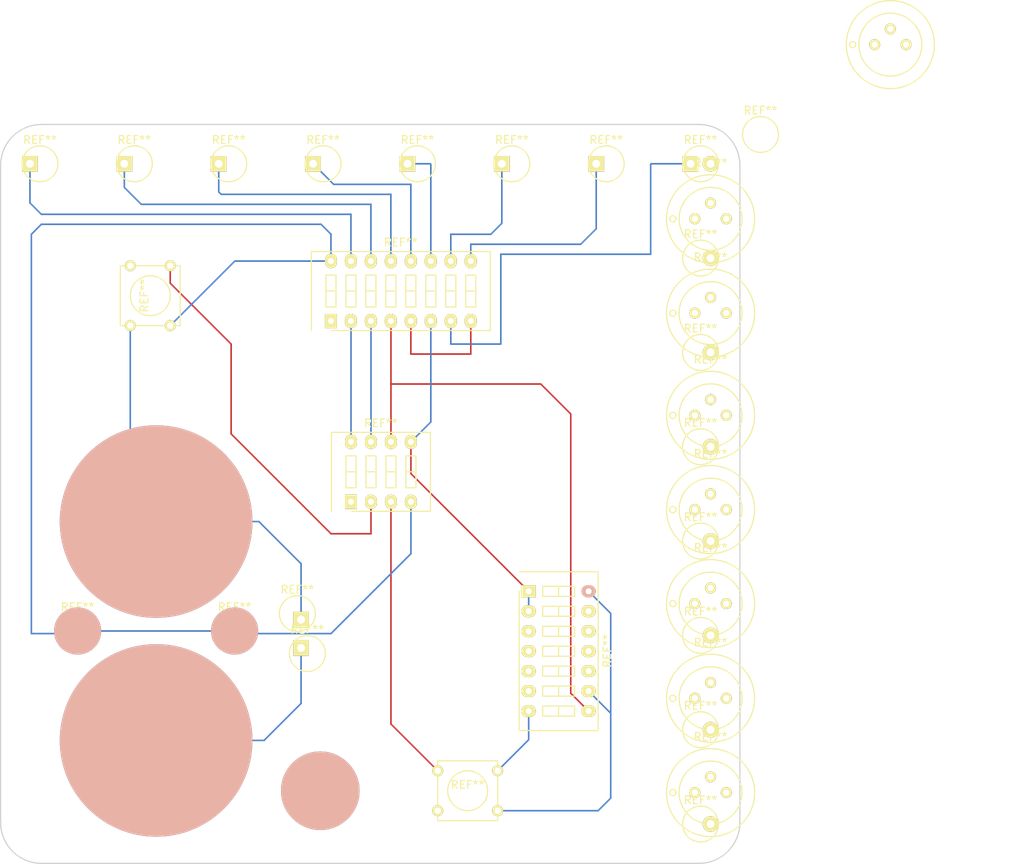
<source format=kicad_pcb>
(kicad_pcb (version 20171130) (host pcbnew 5.0.0)

  (general
    (thickness 1.6)
    (drawings 8)
    (tracks 102)
    (zones 0)
    (modules 36)
    (nets 1)
  )

  (page A4)
  (layers
    (0 F.Cu signal)
    (31 B.Cu signal)
    (32 B.Adhes user)
    (33 F.Adhes user)
    (34 B.Paste user)
    (35 F.Paste user)
    (36 B.SilkS user)
    (37 F.SilkS user hide)
    (38 B.Mask user)
    (39 F.Mask user)
    (40 Dwgs.User user)
    (41 Cmts.User user)
    (42 Eco1.User user)
    (43 Eco2.User user)
    (44 Edge.Cuts user)
    (45 Margin user)
    (46 B.CrtYd user)
    (47 F.CrtYd user)
    (48 B.Fab user)
    (49 F.Fab user)
  )

  (setup
    (last_trace_width 0.2)
    (trace_clearance 0.1)
    (zone_clearance 0.508)
    (zone_45_only no)
    (trace_min 0.2)
    (segment_width 0.15)
    (edge_width 0.15)
    (via_size 0.6)
    (via_drill 0.4)
    (via_min_size 0.4)
    (via_min_drill 0.3)
    (uvia_size 0.3)
    (uvia_drill 0.1)
    (uvias_allowed no)
    (uvia_min_size 0.2)
    (uvia_min_drill 0.1)
    (pcb_text_width 0.3)
    (pcb_text_size 1.5 1.5)
    (mod_edge_width 0.15)
    (mod_text_size 1 1)
    (mod_text_width 0.15)
    (pad_size 24.5 24.5)
    (pad_drill 0)
    (pad_to_mask_clearance 0.2)
    (aux_axis_origin 0 0)
    (visible_elements FFFFFF1F)
    (pcbplotparams
      (layerselection 0x00030_80000001)
      (usegerberextensions false)
      (usegerberattributes false)
      (usegerberadvancedattributes false)
      (creategerberjobfile false)
      (excludeedgelayer true)
      (linewidth 0.100000)
      (plotframeref false)
      (viasonmask false)
      (mode 1)
      (useauxorigin false)
      (hpglpennumber 1)
      (hpglpenspeed 20)
      (hpglpendiameter 15.000000)
      (psnegative false)
      (psa4output false)
      (plotreference true)
      (plotvalue true)
      (plotinvisibletext false)
      (padsonsilk false)
      (subtractmaskfromsilk false)
      (outputformat 1)
      (mirror false)
      (drillshape 1)
      (scaleselection 1)
      (outputdirectory ""))
  )

  (net 0 "")

  (net_class Default "This is the default net class."
    (clearance 0.1)
    (trace_width 0.2)
    (via_dia 0.6)
    (via_drill 0.4)
    (uvia_dia 0.3)
    (uvia_drill 0.1)
  )

  (module Connect:1pin (layer F.Cu) (tedit 5AF39852) (tstamp 5AF5426F)
    (at -69.23 78.364)
    (descr "module 1 pin (ou trou mecanique de percage)")
    (tags DEV)
    (fp_text reference REF** (at 0 -3.048) (layer F.SilkS)
      (effects (font (size 1 1) (thickness 0.15)))
    )
    (fp_text value 1pin (at 0 2.794) (layer F.Fab)
      (effects (font (size 1 1) (thickness 0.15)))
    )
    (fp_circle (center 0 0) (end 0 -2.286) (layer F.SilkS) (width 0.15))
    (pad 1 smd circle (at 0 0) (size 24.5 24.5) (layers *.Paste *.Mask B.Cu B.SilkS))
  )

  (module Buttons_Switches_ThroughHole:SW_DIP_x7_Slide (layer F.Cu) (tedit 5AF3A066) (tstamp 5AFB7B4E)
    (at -21.861 59.39 270)
    (descr "CTS Electrocomponents, Series 206/208")
    (fp_text reference REF** (at 7.6 -10 270) (layer F.SilkS)
      (effects (font (size 1 1) (thickness 0.15)))
    )
    (fp_text value SW_DIP_x7_Slide (at 2 2.4 270) (layer F.Fab)
      (effects (font (size 1 1) (thickness 0.15)))
    )
    (fp_line (start -0.64 -5.84) (end -0.64 -1.78) (layer F.SilkS) (width 0.15))
    (fp_line (start -0.64 -3.81) (end 0.64 -3.81) (layer F.SilkS) (width 0.15))
    (fp_line (start -0.64 -1.78) (end 0.64 -1.78) (layer F.SilkS) (width 0.15))
    (fp_line (start 0.64 -1.78) (end 0.64 -5.84) (layer F.SilkS) (width 0.15))
    (fp_line (start 0.64 -5.84) (end -0.64 -5.84) (layer F.SilkS) (width 0.15))
    (fp_line (start 1.9 -5.84) (end 1.9 -1.78) (layer F.SilkS) (width 0.15))
    (fp_line (start 1.9 -3.81) (end 3.18 -3.81) (layer F.SilkS) (width 0.15))
    (fp_line (start 1.9 -1.78) (end 3.18 -1.78) (layer F.SilkS) (width 0.15))
    (fp_line (start 3.18 -1.78) (end 3.18 -5.84) (layer F.SilkS) (width 0.15))
    (fp_line (start 3.18 -5.84) (end 1.9 -5.84) (layer F.SilkS) (width 0.15))
    (fp_line (start 4.44 -5.84) (end 4.44 -1.78) (layer F.SilkS) (width 0.15))
    (fp_line (start 4.44 -3.81) (end 5.72 -3.81) (layer F.SilkS) (width 0.15))
    (fp_line (start 4.44 -1.78) (end 5.72 -1.78) (layer F.SilkS) (width 0.15))
    (fp_line (start 5.72 -1.78) (end 5.72 -5.84) (layer F.SilkS) (width 0.15))
    (fp_line (start 5.72 -5.84) (end 4.44 -5.84) (layer F.SilkS) (width 0.15))
    (fp_line (start 6.98 -5.84) (end 6.98 -1.78) (layer F.SilkS) (width 0.15))
    (fp_line (start 6.98 -3.81) (end 8.26 -3.81) (layer F.SilkS) (width 0.15))
    (fp_line (start 6.98 -1.78) (end 8.26 -1.78) (layer F.SilkS) (width 0.15))
    (fp_line (start 8.26 -1.78) (end 8.26 -5.84) (layer F.SilkS) (width 0.15))
    (fp_line (start 8.26 -5.84) (end 6.98 -5.84) (layer F.SilkS) (width 0.15))
    (fp_line (start 9.52 -5.84) (end 9.52 -1.78) (layer F.SilkS) (width 0.15))
    (fp_line (start 9.52 -3.81) (end 10.8 -3.81) (layer F.SilkS) (width 0.15))
    (fp_line (start 9.52 -1.78) (end 10.8 -1.78) (layer F.SilkS) (width 0.15))
    (fp_line (start 10.8 -1.78) (end 10.8 -5.84) (layer F.SilkS) (width 0.15))
    (fp_line (start 10.8 -5.84) (end 9.52 -5.84) (layer F.SilkS) (width 0.15))
    (fp_line (start 12.06 -5.84) (end 12.06 -1.78) (layer F.SilkS) (width 0.15))
    (fp_line (start 12.06 -3.81) (end 13.34 -3.81) (layer F.SilkS) (width 0.15))
    (fp_line (start 12.06 -1.78) (end 13.34 -1.78) (layer F.SilkS) (width 0.15))
    (fp_line (start 13.34 -1.78) (end 13.34 -5.84) (layer F.SilkS) (width 0.15))
    (fp_line (start 13.34 -5.84) (end 12.06 -5.84) (layer F.SilkS) (width 0.15))
    (fp_line (start 14.6 -5.84) (end 14.6 -1.78) (layer F.SilkS) (width 0.15))
    (fp_line (start 14.6 -3.81) (end 15.88 -3.81) (layer F.SilkS) (width 0.15))
    (fp_line (start 14.6 -1.78) (end 15.88 -1.78) (layer F.SilkS) (width 0.15))
    (fp_line (start 15.88 -1.78) (end 15.88 -5.84) (layer F.SilkS) (width 0.15))
    (fp_line (start 15.88 -5.84) (end 14.6 -5.84) (layer F.SilkS) (width 0.15))
    (fp_line (start -2.8 -9.15) (end -2.8 1.55) (layer F.CrtYd) (width 0.05))
    (fp_line (start -2.8 1.55) (end 18.05 1.55) (layer F.CrtYd) (width 0.05))
    (fp_line (start 18.05 1.55) (end 18.05 -9.15) (layer F.CrtYd) (width 0.05))
    (fp_line (start 18.05 -9.15) (end -2.8 -9.15) (layer F.CrtYd) (width 0.05))
    (fp_line (start -2.48 1.21) (end -2.48 -8.83) (layer F.SilkS) (width 0.15))
    (fp_line (start -2.48 -8.83) (end 17.72 -8.83) (layer F.SilkS) (width 0.15))
    (fp_line (start 17.72 -8.83) (end 17.72 1.21) (layer F.SilkS) (width 0.15))
    (fp_line (start 17.72 1.21) (end 0 1.21) (layer F.SilkS) (width 0.15))
    (pad 1 thru_hole rect (at 0 0 270) (size 1.524 1.824) (drill 0.762) (layers *.Cu *.Mask F.SilkS))
    (pad 14 thru_hole oval (at 0 -7.62 270) (size 1.524 1.824) (drill 0.762) (layers *.Cu *.Adhes *.Paste *.SilkS *.Mask))
    (pad 2 thru_hole oval (at 2.54 0 270) (size 1.524 1.824) (drill 0.762) (layers *.Cu *.Mask F.SilkS))
    (pad 13 thru_hole oval (at 2.54 -7.62 270) (size 1.524 1.824) (drill 0.762) (layers *.Cu *.Mask F.SilkS))
    (pad 3 thru_hole oval (at 5.08 0 270) (size 1.524 1.824) (drill 0.762) (layers *.Cu *.Mask F.SilkS))
    (pad 12 thru_hole oval (at 5.08 -7.62 270) (size 1.524 1.824) (drill 0.762) (layers *.Cu *.Mask F.SilkS))
    (pad 4 thru_hole oval (at 7.62 0 270) (size 1.524 1.824) (drill 0.762) (layers *.Cu *.Mask F.SilkS))
    (pad 11 thru_hole oval (at 7.62 -7.62 270) (size 1.524 1.824) (drill 0.762) (layers *.Cu *.Mask F.SilkS))
    (pad 5 thru_hole oval (at 10.16 0 270) (size 1.524 1.824) (drill 0.762) (layers *.Cu *.Mask F.SilkS))
    (pad 10 thru_hole oval (at 10.16 -7.62 270) (size 1.524 1.824) (drill 0.762) (layers *.Cu *.Mask F.SilkS))
    (pad 6 thru_hole oval (at 12.7 0 270) (size 1.524 1.824) (drill 0.762) (layers *.Cu *.Mask F.SilkS))
    (pad 9 thru_hole oval (at 12.7 -7.62 270) (size 1.524 1.824) (drill 0.762) (layers *.Cu *.Mask F.SilkS))
    (pad 7 thru_hole oval (at 15.24 0 270) (size 1.524 1.824) (drill 0.762) (layers *.Cu *.Mask F.SilkS))
    (pad 8 thru_hole oval (at 15.24 -7.62 270) (size 1.524 1.824) (drill 0.762) (layers *.Cu *.Mask F.SilkS))
    (model Buttons_Switches_ThroughHole.3dshapes/SW_DIP_x7_Slide.wrl
      (at (xyz 0 0 0))
      (scale (xyz 1 1 1))
      (rotate (xyz 0 0 0))
    )
  )

  (module Connect:1pin (layer F.Cu) (tedit 5AF2A50E) (tstamp 5AF7955C)
    (at 0 5)
    (descr "module 1 pin (ou trou mecanique de percage)")
    (tags DEV)
    (fp_text reference REF** (at 0 -3.048) (layer F.SilkS)
      (effects (font (size 1 1) (thickness 0.15)))
    )
    (fp_text value 1pin (at 0 2.794) (layer F.Fab)
      (effects (font (size 1 1) (thickness 0.15)))
    )
    (fp_circle (center 0 0) (end 0 -2.286) (layer F.SilkS) (width 0.15))
    (pad 1 thru_hole rect (at -1.27 0) (size 2 2) (drill 1) (layers *.Cu *.Mask F.SilkS))
  )

  (module Connect:1pin (layer F.Cu) (tedit 5AF2A4F1) (tstamp 5AF79567)
    (at -12 5)
    (descr "module 1 pin (ou trou mecanique de percage)")
    (tags DEV)
    (fp_text reference REF** (at 0 -3.048) (layer F.SilkS)
      (effects (font (size 1 1) (thickness 0.15)))
    )
    (fp_text value 1pin (at 0 2.794) (layer F.Fab)
      (effects (font (size 1 1) (thickness 0.15)))
    )
    (fp_circle (center 0 0) (end 0 -2.286) (layer F.SilkS) (width 0.15))
    (pad 1 thru_hole rect (at -1.27 0) (size 2 2) (drill 1) (layers *.Cu *.Mask F.SilkS))
  )

  (module Connect:1pin (layer F.Cu) (tedit 5AF2A4E0) (tstamp 5AF79572)
    (at -24 5)
    (descr "module 1 pin (ou trou mecanique de percage)")
    (tags DEV)
    (fp_text reference REF** (at 0 -3.048) (layer F.SilkS)
      (effects (font (size 1 1) (thickness 0.15)))
    )
    (fp_text value 1pin (at 0 2.794) (layer F.Fab)
      (effects (font (size 1 1) (thickness 0.15)))
    )
    (fp_circle (center 0 0) (end 0 -2.286) (layer F.SilkS) (width 0.15))
    (pad 1 thru_hole rect (at -1.27 0) (size 2 2) (drill 1) (layers *.Cu *.Mask F.SilkS))
  )

  (module Connect:1pin (layer F.Cu) (tedit 5AF2A4D0) (tstamp 5AF7957D)
    (at -36 5)
    (descr "module 1 pin (ou trou mecanique de percage)")
    (tags DEV)
    (fp_text reference REF** (at 0 -3.048) (layer F.SilkS)
      (effects (font (size 1 1) (thickness 0.15)))
    )
    (fp_text value 1pin (at 0 2.794) (layer F.Fab)
      (effects (font (size 1 1) (thickness 0.15)))
    )
    (fp_circle (center 0 0) (end 0 -2.286) (layer F.SilkS) (width 0.15))
    (pad 1 thru_hole rect (at -1.27 0) (size 2 2) (drill 1) (layers *.Cu *.Mask F.SilkS))
  )

  (module Connect:1pin (layer F.Cu) (tedit 5AF2A4AF) (tstamp 5AF79588)
    (at -48 5)
    (descr "module 1 pin (ou trou mecanique de percage)")
    (tags DEV)
    (fp_text reference REF** (at 0 -3.048) (layer F.SilkS)
      (effects (font (size 1 1) (thickness 0.15)))
    )
    (fp_text value 1pin (at 0 2.794) (layer F.Fab)
      (effects (font (size 1 1) (thickness 0.15)))
    )
    (fp_circle (center 0 0) (end 0 -2.286) (layer F.SilkS) (width 0.15))
    (pad 1 thru_hole rect (at -1.27 0) (size 2 2) (drill 1) (layers *.Cu *.Mask F.SilkS))
  )

  (module Connect:1pin (layer F.Cu) (tedit 5AF2A49D) (tstamp 5AF79593)
    (at -60 5)
    (descr "module 1 pin (ou trou mecanique de percage)")
    (tags DEV)
    (fp_text reference REF** (at 0 -3.048) (layer F.SilkS)
      (effects (font (size 1 1) (thickness 0.15)))
    )
    (fp_text value 1pin (at 0 2.794) (layer F.Fab)
      (effects (font (size 1 1) (thickness 0.15)))
    )
    (fp_circle (center 0 0) (end 0 -2.286) (layer F.SilkS) (width 0.15))
    (pad 1 thru_hole rect (at -1.27 0) (size 2 2) (drill 1) (layers *.Cu *.Mask F.SilkS))
  )

  (module Connect:1pin (layer F.Cu) (tedit 5AF2A439) (tstamp 5AF7959E)
    (at -72 5)
    (descr "module 1 pin (ou trou mecanique de percage)")
    (tags DEV)
    (fp_text reference REF** (at 0 -3.048) (layer F.SilkS)
      (effects (font (size 1 1) (thickness 0.15)))
    )
    (fp_text value 1pin (at 0 2.794) (layer F.Fab)
      (effects (font (size 1 1) (thickness 0.15)))
    )
    (fp_circle (center 0 0) (end 0 -2.286) (layer F.SilkS) (width 0.15))
    (pad 1 thru_hole rect (at -1.27 0) (size 2 2) (drill 1) (layers *.Cu *.Mask F.SilkS))
  )

  (module Connect:1pin (layer F.Cu) (tedit 5AF2A408) (tstamp 5AF795A9)
    (at -84 5)
    (descr "module 1 pin (ou trou mecanique de percage)")
    (tags DEV)
    (fp_text reference REF** (at 0 -3.048) (layer F.SilkS)
      (effects (font (size 1 1) (thickness 0.15)))
    )
    (fp_text value 1pin (at 0 2.794) (layer F.Fab)
      (effects (font (size 1 1) (thickness 0.15)))
    )
    (fp_circle (center 0 0) (end 0 -2.286) (layer F.SilkS) (width 0.15))
    (pad 1 thru_hole rect (at -1.27 0) (size 2 2) (drill 1) (layers *.Cu *.Mask F.SilkS))
  )

  (module Connect:1pin (layer F.Cu) (tedit 5AF2A525) (tstamp 5AF795B4)
    (at 0 17)
    (descr "module 1 pin (ou trou mecanique de percage)")
    (tags DEV)
    (fp_text reference REF** (at 0 -3.048) (layer F.SilkS)
      (effects (font (size 1 1) (thickness 0.15)))
    )
    (fp_text value 1pin (at 0 2.794) (layer F.Fab)
      (effects (font (size 1 1) (thickness 0.15)))
    )
    (fp_circle (center 0 0) (end 0 -2.286) (layer F.SilkS) (width 0.15))
    (pad 1 thru_hole circle (at 1.27 0) (size 2 2) (drill 1) (layers *.Cu *.Mask F.SilkS))
  )

  (module Connect:1pin (layer F.Cu) (tedit 5AF2A530) (tstamp 5AF795BF)
    (at 0 29)
    (descr "module 1 pin (ou trou mecanique de percage)")
    (tags DEV)
    (fp_text reference REF** (at 0 -3.048) (layer F.SilkS)
      (effects (font (size 1 1) (thickness 0.15)))
    )
    (fp_text value 1pin (at 0 2.794) (layer F.Fab)
      (effects (font (size 1 1) (thickness 0.15)))
    )
    (fp_circle (center 0 0) (end 0 -2.286) (layer F.SilkS) (width 0.15))
    (pad 1 thru_hole circle (at 1.27 0) (size 2 2) (drill 1) (layers *.Cu *.Mask F.SilkS))
  )

  (module Connect:1pin (layer F.Cu) (tedit 5AF2A53E) (tstamp 5AF795CA)
    (at 0 41)
    (descr "module 1 pin (ou trou mecanique de percage)")
    (tags DEV)
    (fp_text reference REF** (at 0 -3.048) (layer F.SilkS)
      (effects (font (size 1 1) (thickness 0.15)))
    )
    (fp_text value 1pin (at 0 2.794) (layer F.Fab)
      (effects (font (size 1 1) (thickness 0.15)))
    )
    (fp_circle (center 0 0) (end 0 -2.286) (layer F.SilkS) (width 0.15))
    (pad 1 thru_hole circle (at 1.27 0) (size 2 2) (drill 1) (layers *.Cu *.Mask F.SilkS))
  )

  (module Connect:1pin (layer F.Cu) (tedit 5AF2A54E) (tstamp 5AF795D5)
    (at 0 53)
    (descr "module 1 pin (ou trou mecanique de percage)")
    (tags DEV)
    (fp_text reference REF** (at 0 -3.048) (layer F.SilkS)
      (effects (font (size 1 1) (thickness 0.15)))
    )
    (fp_text value 1pin (at 0 2.794) (layer F.Fab)
      (effects (font (size 1 1) (thickness 0.15)))
    )
    (fp_circle (center 0 0) (end 0 -2.286) (layer F.SilkS) (width 0.15))
    (pad 1 thru_hole circle (at 1.27 0) (size 2 2) (drill 1) (layers *.Cu *.Mask F.SilkS))
  )

  (module Connect:1pin (layer F.Cu) (tedit 5AF3B861) (tstamp 5AF795E0)
    (at 0 65)
    (descr "module 1 pin (ou trou mecanique de percage)")
    (tags DEV)
    (fp_text reference REF** (at 0 -3.048) (layer F.SilkS)
      (effects (font (size 1 1) (thickness 0.15)))
    )
    (fp_text value 1pin (at 0 2.794) (layer F.Fab)
      (effects (font (size 1 1) (thickness 0.15)))
    )
    (fp_circle (center 0 0) (end 0 -2.286) (layer F.SilkS) (width 0.15))
    (pad 1 thru_hole circle (at 1.27 0) (size 2 2) (drill 1) (layers *.Cu *.Mask F.SilkS))
  )

  (module Connect:1pin (layer F.Cu) (tedit 5AF2A558) (tstamp 5AF795EB)
    (at 0 77)
    (descr "module 1 pin (ou trou mecanique de percage)")
    (tags DEV)
    (fp_text reference REF** (at 0 -3.048) (layer F.SilkS)
      (effects (font (size 1 1) (thickness 0.15)))
    )
    (fp_text value 1pin (at 0 2.794) (layer F.Fab)
      (effects (font (size 1 1) (thickness 0.15)))
    )
    (fp_circle (center 0 0) (end 0 -2.286) (layer F.SilkS) (width 0.15))
    (pad 1 thru_hole circle (at 1.27 0) (size 2 2) (drill 1) (layers *.Cu *.Mask F.SilkS))
  )

  (module Connect:1pin (layer F.Cu) (tedit 5AF2A55F) (tstamp 5AF795F6)
    (at 0 89)
    (descr "module 1 pin (ou trou mecanique de percage)")
    (tags DEV)
    (fp_text reference REF** (at 0 -3.048) (layer F.SilkS)
      (effects (font (size 1 1) (thickness 0.15)))
    )
    (fp_text value 1pin (at 0 2.794) (layer F.Fab)
      (effects (font (size 1 1) (thickness 0.15)))
    )
    (fp_circle (center 0 0) (end 0 -2.286) (layer F.SilkS) (width 0.15))
    (pad 1 thru_hole circle (at 1.27 0) (size 2 2) (drill 1) (layers *.Cu *.Mask F.SilkS))
  )

  (module Buttons_Switches_ThroughHole:SW_DIP_x8_Slide (layer F.Cu) (tedit 54BB66BF) (tstamp 5AFDCBCA)
    (at -47 25)
    (descr "CTS Electrocomponents, Series 206/208")
    (fp_text reference REF** (at 8.87 -10) (layer F.SilkS)
      (effects (font (size 1 1) (thickness 0.15)))
    )
    (fp_text value SW_DIP_x8_Slide (at 2 2.4) (layer F.Fab)
      (effects (font (size 1 1) (thickness 0.15)))
    )
    (fp_line (start -0.64 -5.84) (end -0.64 -1.78) (layer F.SilkS) (width 0.15))
    (fp_line (start -0.64 -3.81) (end 0.64 -3.81) (layer F.SilkS) (width 0.15))
    (fp_line (start -0.64 -1.78) (end 0.64 -1.78) (layer F.SilkS) (width 0.15))
    (fp_line (start 0.64 -1.78) (end 0.64 -5.84) (layer F.SilkS) (width 0.15))
    (fp_line (start 0.64 -5.84) (end -0.64 -5.84) (layer F.SilkS) (width 0.15))
    (fp_line (start 1.9 -5.84) (end 1.9 -1.78) (layer F.SilkS) (width 0.15))
    (fp_line (start 1.9 -3.81) (end 3.18 -3.81) (layer F.SilkS) (width 0.15))
    (fp_line (start 1.9 -1.78) (end 3.18 -1.78) (layer F.SilkS) (width 0.15))
    (fp_line (start 3.18 -1.78) (end 3.18 -5.84) (layer F.SilkS) (width 0.15))
    (fp_line (start 3.18 -5.84) (end 1.9 -5.84) (layer F.SilkS) (width 0.15))
    (fp_line (start 4.44 -5.84) (end 4.44 -1.78) (layer F.SilkS) (width 0.15))
    (fp_line (start 4.44 -3.81) (end 5.72 -3.81) (layer F.SilkS) (width 0.15))
    (fp_line (start 4.44 -1.78) (end 5.72 -1.78) (layer F.SilkS) (width 0.15))
    (fp_line (start 5.72 -1.78) (end 5.72 -5.84) (layer F.SilkS) (width 0.15))
    (fp_line (start 5.72 -5.84) (end 4.44 -5.84) (layer F.SilkS) (width 0.15))
    (fp_line (start 6.98 -5.84) (end 6.98 -1.78) (layer F.SilkS) (width 0.15))
    (fp_line (start 6.98 -3.81) (end 8.26 -3.81) (layer F.SilkS) (width 0.15))
    (fp_line (start 6.98 -1.78) (end 8.26 -1.78) (layer F.SilkS) (width 0.15))
    (fp_line (start 8.26 -1.78) (end 8.26 -5.84) (layer F.SilkS) (width 0.15))
    (fp_line (start 8.26 -5.84) (end 6.98 -5.84) (layer F.SilkS) (width 0.15))
    (fp_line (start 9.52 -5.84) (end 9.52 -1.78) (layer F.SilkS) (width 0.15))
    (fp_line (start 9.52 -3.81) (end 10.8 -3.81) (layer F.SilkS) (width 0.15))
    (fp_line (start 9.52 -1.78) (end 10.8 -1.78) (layer F.SilkS) (width 0.15))
    (fp_line (start 10.8 -1.78) (end 10.8 -5.84) (layer F.SilkS) (width 0.15))
    (fp_line (start 10.8 -5.84) (end 9.52 -5.84) (layer F.SilkS) (width 0.15))
    (fp_line (start 12.06 -5.84) (end 12.06 -1.78) (layer F.SilkS) (width 0.15))
    (fp_line (start 12.06 -3.81) (end 13.34 -3.81) (layer F.SilkS) (width 0.15))
    (fp_line (start 12.06 -1.78) (end 13.34 -1.78) (layer F.SilkS) (width 0.15))
    (fp_line (start 13.34 -1.78) (end 13.34 -5.84) (layer F.SilkS) (width 0.15))
    (fp_line (start 13.34 -5.84) (end 12.06 -5.84) (layer F.SilkS) (width 0.15))
    (fp_line (start 14.6 -5.84) (end 14.6 -1.78) (layer F.SilkS) (width 0.15))
    (fp_line (start 14.6 -3.81) (end 15.88 -3.81) (layer F.SilkS) (width 0.15))
    (fp_line (start 14.6 -1.78) (end 15.88 -1.78) (layer F.SilkS) (width 0.15))
    (fp_line (start 15.88 -1.78) (end 15.88 -5.84) (layer F.SilkS) (width 0.15))
    (fp_line (start 15.88 -5.84) (end 14.6 -5.84) (layer F.SilkS) (width 0.15))
    (fp_line (start 17.14 -5.84) (end 17.14 -1.78) (layer F.SilkS) (width 0.15))
    (fp_line (start 17.14 -3.81) (end 18.42 -3.81) (layer F.SilkS) (width 0.15))
    (fp_line (start 17.14 -1.78) (end 18.42 -1.78) (layer F.SilkS) (width 0.15))
    (fp_line (start 18.42 -1.78) (end 18.42 -5.84) (layer F.SilkS) (width 0.15))
    (fp_line (start 18.42 -5.84) (end 17.14 -5.84) (layer F.SilkS) (width 0.15))
    (fp_line (start -2.8 -9.15) (end -2.8 1.55) (layer F.CrtYd) (width 0.05))
    (fp_line (start -2.8 1.55) (end 20.6 1.55) (layer F.CrtYd) (width 0.05))
    (fp_line (start 20.6 1.55) (end 20.6 -9.15) (layer F.CrtYd) (width 0.05))
    (fp_line (start 20.6 -9.15) (end -2.8 -9.15) (layer F.CrtYd) (width 0.05))
    (fp_line (start -2.48 1.21) (end -2.48 -8.83) (layer F.SilkS) (width 0.15))
    (fp_line (start -2.48 -8.83) (end 20.26 -8.83) (layer F.SilkS) (width 0.15))
    (fp_line (start 20.26 -8.83) (end 20.26 1.21) (layer F.SilkS) (width 0.15))
    (fp_line (start 20.26 1.21) (end 0 1.21) (layer F.SilkS) (width 0.15))
    (pad 1 thru_hole rect (at 0 0) (size 1.524 1.824) (drill 0.762) (layers *.Cu *.Mask F.SilkS))
    (pad 16 thru_hole oval (at 0 -7.62) (size 1.524 1.824) (drill 0.762) (layers *.Cu *.Mask F.SilkS))
    (pad 2 thru_hole oval (at 2.54 0) (size 1.524 1.824) (drill 0.762) (layers *.Cu *.Mask F.SilkS))
    (pad 15 thru_hole oval (at 2.54 -7.62) (size 1.524 1.824) (drill 0.762) (layers *.Cu *.Mask F.SilkS))
    (pad 3 thru_hole oval (at 5.08 0) (size 1.524 1.824) (drill 0.762) (layers *.Cu *.Mask F.SilkS))
    (pad 14 thru_hole oval (at 5.08 -7.62) (size 1.524 1.824) (drill 0.762) (layers *.Cu *.Mask F.SilkS))
    (pad 4 thru_hole oval (at 7.62 0) (size 1.524 1.824) (drill 0.762) (layers *.Cu *.Mask F.SilkS))
    (pad 13 thru_hole oval (at 7.62 -7.62) (size 1.524 1.824) (drill 0.762) (layers *.Cu *.Mask F.SilkS))
    (pad 5 thru_hole oval (at 10.16 0) (size 1.524 1.824) (drill 0.762) (layers *.Cu *.Mask F.SilkS))
    (pad 12 thru_hole oval (at 10.16 -7.62) (size 1.524 1.824) (drill 0.762) (layers *.Cu *.Mask F.SilkS))
    (pad 6 thru_hole oval (at 12.7 0) (size 1.524 1.824) (drill 0.762) (layers *.Cu *.Mask F.SilkS))
    (pad 11 thru_hole oval (at 12.7 -7.62) (size 1.524 1.824) (drill 0.762) (layers *.Cu *.Mask F.SilkS))
    (pad 7 thru_hole oval (at 15.24 0) (size 1.524 1.824) (drill 0.762) (layers *.Cu *.Mask F.SilkS))
    (pad 10 thru_hole oval (at 15.24 -7.62) (size 1.524 1.824) (drill 0.762) (layers *.Cu *.Mask F.SilkS))
    (pad 8 thru_hole oval (at 17.78 0) (size 1.524 1.824) (drill 0.762) (layers *.Cu *.Mask F.SilkS))
    (pad 9 thru_hole oval (at 17.78 -7.62) (size 1.524 1.824) (drill 0.762) (layers *.Cu *.Mask F.SilkS))
    (model Buttons_Switches_ThroughHole.3dshapes/SW_DIP_x8_Slide.wrl
      (at (xyz 0 0 0))
      (scale (xyz 1 1 1))
      (rotate (xyz 0 0 0))
    )
  )

  (module Connect:1pin (layer F.Cu) (tedit 5AF39841) (tstamp 5AF5424E)
    (at -69.23 50.519)
    (descr "module 1 pin (ou trou mecanique de percage)")
    (tags DEV)
    (fp_text reference REF** (at 0 -3.048) (layer F.SilkS)
      (effects (font (size 1 1) (thickness 0.15)))
    )
    (fp_text value 1pin (at 0 2.794) (layer F.Fab)
      (effects (font (size 1 1) (thickness 0.15)))
    )
    (fp_circle (center 0 0) (end 0 -2.286) (layer F.SilkS) (width 0.15))
    (pad 1 smd circle (at 0 0) (size 24.5 24.5) (layers *.Paste *.Mask B.Cu B.SilkS))
  )

  (module Connect:1pin (layer F.Cu) (tedit 5AF39881) (tstamp 5AF54259)
    (at -59.248 64.442)
    (descr "module 1 pin (ou trou mecanique de percage)")
    (tags DEV)
    (fp_text reference REF** (at 0 -3.048) (layer F.SilkS)
      (effects (font (size 1 1) (thickness 0.15)))
    )
    (fp_text value 1pin (at 0 2.794) (layer F.Fab)
      (effects (font (size 1 1) (thickness 0.15)))
    )
    (fp_circle (center 0 0) (end 0 -2.286) (layer F.SilkS) (width 0.15))
    (pad 1 smd circle (at 0 0) (size 6 6) (layers *.Paste *.Mask B.Cu B.SilkS))
  )

  (module Connect:1pin (layer F.Cu) (tedit 5AF3988F) (tstamp 5AF54264)
    (at -79.212 64.442)
    (descr "module 1 pin (ou trou mecanique de percage)")
    (tags DEV)
    (fp_text reference REF** (at 0 -3.048) (layer F.SilkS)
      (effects (font (size 1 1) (thickness 0.15)))
    )
    (fp_text value 1pin (at 0 2.794) (layer F.Fab)
      (effects (font (size 1 1) (thickness 0.15)))
    )
    (fp_circle (center 0 0) (end 0 -2.286) (layer F.SilkS) (width 0.15))
    (pad 1 smd circle (at 0 0) (size 6 6) (layers *.Paste *.Mask B.Cu B.SilkS))
  )

  (module Connect:1pin (layer F.Cu) (tedit 5AF398AA) (tstamp 5AF5427A)
    (at -48.355 84.764)
    (descr "module 1 pin (ou trou mecanique de percage)")
    (tags DEV)
    (fp_text reference REF** (at 0 -3.048) (layer F.SilkS)
      (effects (font (size 1 1) (thickness 0.15)))
    )
    (fp_text value 1pin (at 0 2.794) (layer F.Fab)
      (effects (font (size 1 1) (thickness 0.15)))
    )
    (fp_circle (center 0 0) (end 0 -2.286) (layer F.SilkS) (width 0.15))
    (pad 1 smd circle (at 0 0) (size 10 10) (layers *.Paste *.Mask B.Cu B.SilkS))
  )

  (module Buttons_Switches_ThroughHole:SW_PUSH_SMALL (layer F.Cu) (tedit 0) (tstamp 5AF858F2)
    (at -69.974 21.782 90)
    (fp_text reference REF** (at 0 -0.762 90) (layer F.SilkS)
      (effects (font (size 1 1) (thickness 0.15)))
    )
    (fp_text value SW_PUSH_SMALL (at 0 1.016 90) (layer F.Fab)
      (effects (font (size 1 1) (thickness 0.15)))
    )
    (fp_circle (center 0 0) (end 0 -2.54) (layer F.SilkS) (width 0.15))
    (fp_line (start -3.81 -3.81) (end 3.81 -3.81) (layer F.SilkS) (width 0.15))
    (fp_line (start 3.81 -3.81) (end 3.81 3.81) (layer F.SilkS) (width 0.15))
    (fp_line (start 3.81 3.81) (end -3.81 3.81) (layer F.SilkS) (width 0.15))
    (fp_line (start -3.81 -3.81) (end -3.81 3.81) (layer F.SilkS) (width 0.15))
    (pad 1 thru_hole circle (at 3.81 -2.54 90) (size 1.397 1.397) (drill 0.8128) (layers *.Cu *.Mask F.SilkS))
    (pad 2 thru_hole circle (at 3.81 2.54 90) (size 1.397 1.397) (drill 0.8128) (layers *.Cu *.Mask F.SilkS))
    (pad 1 thru_hole circle (at -3.81 -2.54 90) (size 1.397 1.397) (drill 0.8128) (layers *.Cu *.Mask F.SilkS))
    (pad 2 thru_hole circle (at -3.81 2.54 90) (size 1.397 1.397) (drill 0.8128) (layers *.Cu *.Mask F.SilkS))
  )

  (module Buttons_Switches_ThroughHole:SW_PUSH_SMALL (layer F.Cu) (tedit 0) (tstamp 5AF85940)
    (at -29.615 84.764)
    (fp_text reference REF** (at 0 -0.762) (layer F.SilkS)
      (effects (font (size 1 1) (thickness 0.15)))
    )
    (fp_text value SW_PUSH_SMALL (at 0 1.016) (layer F.Fab)
      (effects (font (size 1 1) (thickness 0.15)))
    )
    (fp_circle (center 0 0) (end 0 -2.54) (layer F.SilkS) (width 0.15))
    (fp_line (start -3.81 -3.81) (end 3.81 -3.81) (layer F.SilkS) (width 0.15))
    (fp_line (start 3.81 -3.81) (end 3.81 3.81) (layer F.SilkS) (width 0.15))
    (fp_line (start 3.81 3.81) (end -3.81 3.81) (layer F.SilkS) (width 0.15))
    (fp_line (start -3.81 -3.81) (end -3.81 3.81) (layer F.SilkS) (width 0.15))
    (pad 1 thru_hole circle (at 3.81 -2.54) (size 1.397 1.397) (drill 0.8128) (layers *.Cu *.Mask F.SilkS))
    (pad 2 thru_hole circle (at 3.81 2.54) (size 1.397 1.397) (drill 0.8128) (layers *.Cu *.Mask F.SilkS))
    (pad 1 thru_hole circle (at -3.81 -2.54) (size 1.397 1.397) (drill 0.8128) (layers *.Cu *.Mask F.SilkS))
    (pad 2 thru_hole circle (at -3.81 2.54) (size 1.397 1.397) (drill 0.8128) (layers *.Cu *.Mask F.SilkS))
  )

  (module Buttons_Switches_ThroughHole:SW_DIP_x4_Slide (layer F.Cu) (tedit 54BB66BF) (tstamp 5AF9E776)
    (at -44.45 48)
    (descr "CTS Electrocomponents, Series 206/208")
    (fp_text reference REF** (at 3.79 -10) (layer F.SilkS)
      (effects (font (size 1 1) (thickness 0.15)))
    )
    (fp_text value SW_DIP_x4_Slide (at 2 2.4) (layer F.Fab)
      (effects (font (size 1 1) (thickness 0.15)))
    )
    (fp_line (start -0.64 -5.84) (end -0.64 -1.78) (layer F.SilkS) (width 0.15))
    (fp_line (start -0.64 -3.81) (end 0.64 -3.81) (layer F.SilkS) (width 0.15))
    (fp_line (start -0.64 -1.78) (end 0.64 -1.78) (layer F.SilkS) (width 0.15))
    (fp_line (start 0.64 -1.78) (end 0.64 -5.84) (layer F.SilkS) (width 0.15))
    (fp_line (start 0.64 -5.84) (end -0.64 -5.84) (layer F.SilkS) (width 0.15))
    (fp_line (start 1.9 -5.84) (end 1.9 -1.78) (layer F.SilkS) (width 0.15))
    (fp_line (start 1.9 -3.81) (end 3.18 -3.81) (layer F.SilkS) (width 0.15))
    (fp_line (start 1.9 -1.78) (end 3.18 -1.78) (layer F.SilkS) (width 0.15))
    (fp_line (start 3.18 -1.78) (end 3.18 -5.84) (layer F.SilkS) (width 0.15))
    (fp_line (start 3.18 -5.84) (end 1.9 -5.84) (layer F.SilkS) (width 0.15))
    (fp_line (start 4.44 -5.84) (end 4.44 -1.78) (layer F.SilkS) (width 0.15))
    (fp_line (start 4.44 -3.81) (end 5.72 -3.81) (layer F.SilkS) (width 0.15))
    (fp_line (start 4.44 -1.78) (end 5.72 -1.78) (layer F.SilkS) (width 0.15))
    (fp_line (start 5.72 -1.78) (end 5.72 -5.84) (layer F.SilkS) (width 0.15))
    (fp_line (start 5.72 -5.84) (end 4.44 -5.84) (layer F.SilkS) (width 0.15))
    (fp_line (start 6.98 -5.84) (end 6.98 -1.78) (layer F.SilkS) (width 0.15))
    (fp_line (start 6.98 -3.81) (end 8.26 -3.81) (layer F.SilkS) (width 0.15))
    (fp_line (start 6.98 -1.78) (end 8.26 -1.78) (layer F.SilkS) (width 0.15))
    (fp_line (start 8.26 -1.78) (end 8.26 -5.84) (layer F.SilkS) (width 0.15))
    (fp_line (start 8.26 -5.84) (end 6.98 -5.84) (layer F.SilkS) (width 0.15))
    (fp_line (start -2.8 -9.15) (end -2.8 1.55) (layer F.CrtYd) (width 0.05))
    (fp_line (start -2.8 1.55) (end 10.45 1.55) (layer F.CrtYd) (width 0.05))
    (fp_line (start 10.45 1.55) (end 10.45 -9.15) (layer F.CrtYd) (width 0.05))
    (fp_line (start 10.45 -9.15) (end -2.8 -9.15) (layer F.CrtYd) (width 0.05))
    (fp_line (start -2.48 1.21) (end -2.48 -8.83) (layer F.SilkS) (width 0.15))
    (fp_line (start -2.48 -8.83) (end 10.1 -8.83) (layer F.SilkS) (width 0.15))
    (fp_line (start 10.1 -8.83) (end 10.1 1.21) (layer F.SilkS) (width 0.15))
    (fp_line (start 10.1 1.21) (end 0 1.21) (layer F.SilkS) (width 0.15))
    (pad 1 thru_hole rect (at 0 0) (size 1.524 1.824) (drill 0.762) (layers *.Cu *.Mask F.SilkS))
    (pad 8 thru_hole oval (at 0 -7.62) (size 1.524 1.824) (drill 0.762) (layers *.Cu *.Mask F.SilkS))
    (pad 2 thru_hole oval (at 2.54 0) (size 1.524 1.824) (drill 0.762) (layers *.Cu *.Mask F.SilkS))
    (pad 7 thru_hole oval (at 2.54 -7.62) (size 1.524 1.824) (drill 0.762) (layers *.Cu *.Mask F.SilkS))
    (pad 3 thru_hole oval (at 5.08 0) (size 1.524 1.824) (drill 0.762) (layers *.Cu *.Mask F.SilkS))
    (pad 6 thru_hole oval (at 5.08 -7.62) (size 1.524 1.824) (drill 0.762) (layers *.Cu *.Mask F.SilkS))
    (pad 4 thru_hole oval (at 7.62 0) (size 1.524 1.824) (drill 0.762) (layers *.Cu *.Mask F.SilkS))
    (pad 5 thru_hole oval (at 7.62 -7.62) (size 1.524 1.824) (drill 0.762) (layers *.Cu *.Mask F.SilkS))
    (model Buttons_Switches_ThroughHole.3dshapes/SW_DIP_x4_Slide.wrl
      (at (xyz 0 0 0))
      (scale (xyz 1 1 1))
      (rotate (xyz 0 0 0))
    )
  )

  (module Connect:1pin (layer F.Cu) (tedit 5AF3A827) (tstamp 5AFB83FC)
    (at -51.27 62.23)
    (descr "module 1 pin (ou trou mecanique de percage)")
    (tags DEV)
    (fp_text reference REF** (at 0 -3.048) (layer F.SilkS)
      (effects (font (size 1 1) (thickness 0.15)))
    )
    (fp_text value 1pin (at 0 2.794) (layer F.Fab)
      (effects (font (size 1 1) (thickness 0.15)))
    )
    (fp_circle (center 0 0) (end 0 -2.286) (layer F.SilkS) (width 0.15))
    (pad 1 thru_hole rect (at 0.47 0.77) (size 2 2) (drill 1) (layers *.Cu *.Mask F.SilkS))
  )

  (module Connect:1pin (layer F.Cu) (tedit 5AF3A849) (tstamp 5AFB8412)
    (at -50 67.31)
    (descr "module 1 pin (ou trou mecanique de percage)")
    (tags DEV)
    (fp_text reference REF** (at 0 -3.048) (layer F.SilkS)
      (effects (font (size 1 1) (thickness 0.15)))
    )
    (fp_text value 1pin (at 0 2.794) (layer F.Fab)
      (effects (font (size 1 1) (thickness 0.15)))
    )
    (fp_circle (center 0 0) (end 0 -2.286) (layer F.SilkS) (width 0.15))
    (pad 1 thru_hole rect (at -0.8 -0.71) (size 2 2) (drill 1) (layers *.Cu *.Mask F.SilkS))
  )

  (module Connect:1pin (layer F.Cu) (tedit 5AF3BBF4) (tstamp 5B002EDA)
    (at 7.62 1.27)
    (descr "module 1 pin (ou trou mecanique de percage)")
    (tags DEV)
    (fp_text reference REF** (at 0 -3.048) (layer F.SilkS)
      (effects (font (size 1 1) (thickness 0.15)))
    )
    (fp_text value 1pin (at 0 2.794) (layer F.Fab)
      (effects (font (size 1 1) (thickness 0.15)))
    )
    (fp_circle (center 0 0) (end 0 -2.286) (layer F.SilkS) (width 0.15))
    (pad 1 thru_hole circle (at -6.35 3.73) (size 2 2) (drill 1) (layers *.Cu *.Mask F.SilkS))
  )

  (module Transistors_OldSowjetAera:OldSowjetaera_Transistor_Type-II_SmallPads (layer F.Cu) (tedit 0) (tstamp 5B002F05)
    (at 24.13 -10.16)
    (fp_text reference REF** (at 0 -7.1) (layer F.SilkS)
      (effects (font (size 1 1) (thickness 0.15)))
    )
    (fp_text value OldSowjetaera_Transistor_Type-II_SmallPads (at 0.1 7.6) (layer F.Fab)
      (effects (font (size 1 1) (thickness 0.15)))
    )
    (fp_circle (center -4.8 0) (end -4.8 0.4) (layer F.SilkS) (width 0.15))
    (fp_circle (center 0 0) (end 4 0) (layer F.SilkS) (width 0.15))
    (fp_circle (center 0 0) (end 5.6 0) (layer F.SilkS) (width 0.15))
    (pad 2 thru_hole circle (at 0 -2) (size 1.4 1.4) (drill 0.8) (layers *.Cu *.Mask F.SilkS))
    (pad 1 thru_hole circle (at -2 0) (size 1.4 1.4) (drill 0.8) (layers *.Cu *.Mask F.SilkS))
    (pad 3 thru_hole circle (at 2 0) (size 1.4 1.4) (drill 0.8) (layers *.Cu *.Mask F.SilkS))
    (model Transistors_OldSowjetAera.3dshapes/OldSowjetaera_Transistor_Type-II_SmallPads.wrl
      (at (xyz 0 0 0))
      (scale (xyz 0.3937 0.3937 0.3937))
      (rotate (xyz 0 0 0))
    )
  )

  (module Transistors_OldSowjetAera:OldSowjetaera_Transistor_Type-II_SmallPads (layer F.Cu) (tedit 0) (tstamp 5B002F18)
    (at 1.27 12)
    (fp_text reference REF** (at 0 -7.1) (layer F.SilkS)
      (effects (font (size 1 1) (thickness 0.15)))
    )
    (fp_text value OldSowjetaera_Transistor_Type-II_SmallPads (at 0.1 7.6) (layer F.Fab)
      (effects (font (size 1 1) (thickness 0.15)))
    )
    (fp_circle (center -4.8 0) (end -4.8 0.4) (layer F.SilkS) (width 0.15))
    (fp_circle (center 0 0) (end 4 0) (layer F.SilkS) (width 0.15))
    (fp_circle (center 0 0) (end 5.6 0) (layer F.SilkS) (width 0.15))
    (pad 2 thru_hole circle (at 0 -2) (size 1.4 1.4) (drill 0.8) (layers *.Cu *.Mask F.SilkS))
    (pad 1 thru_hole circle (at -2 0) (size 1.4 1.4) (drill 0.8) (layers *.Cu *.Mask F.SilkS))
    (pad 3 thru_hole circle (at 2 0) (size 1.4 1.4) (drill 0.8) (layers *.Cu *.Mask F.SilkS))
    (model Transistors_OldSowjetAera.3dshapes/OldSowjetaera_Transistor_Type-II_SmallPads.wrl
      (at (xyz 0 0 0))
      (scale (xyz 0.3937 0.3937 0.3937))
      (rotate (xyz 0 0 0))
    )
  )

  (module Transistors_OldSowjetAera:OldSowjetaera_Transistor_Type-II_SmallPads (layer F.Cu) (tedit 0) (tstamp 5B002F2B)
    (at 1.27 24)
    (fp_text reference REF** (at 0 -7.1) (layer F.SilkS)
      (effects (font (size 1 1) (thickness 0.15)))
    )
    (fp_text value OldSowjetaera_Transistor_Type-II_SmallPads (at 0.1 7.6) (layer F.Fab)
      (effects (font (size 1 1) (thickness 0.15)))
    )
    (fp_circle (center -4.8 0) (end -4.8 0.4) (layer F.SilkS) (width 0.15))
    (fp_circle (center 0 0) (end 4 0) (layer F.SilkS) (width 0.15))
    (fp_circle (center 0 0) (end 5.6 0) (layer F.SilkS) (width 0.15))
    (pad 2 thru_hole circle (at 0 -2) (size 1.4 1.4) (drill 0.8) (layers *.Cu *.Mask F.SilkS))
    (pad 1 thru_hole circle (at -2 0) (size 1.4 1.4) (drill 0.8) (layers *.Cu *.Mask F.SilkS))
    (pad 3 thru_hole circle (at 2 0) (size 1.4 1.4) (drill 0.8) (layers *.Cu *.Mask F.SilkS))
    (model Transistors_OldSowjetAera.3dshapes/OldSowjetaera_Transistor_Type-II_SmallPads.wrl
      (at (xyz 0 0 0))
      (scale (xyz 0.3937 0.3937 0.3937))
      (rotate (xyz 0 0 0))
    )
  )

  (module Transistors_OldSowjetAera:OldSowjetaera_Transistor_Type-II_SmallPads (layer F.Cu) (tedit 0) (tstamp 5B002F3E)
    (at 1.27 37)
    (fp_text reference REF** (at 0 -7.1) (layer F.SilkS)
      (effects (font (size 1 1) (thickness 0.15)))
    )
    (fp_text value OldSowjetaera_Transistor_Type-II_SmallPads (at 0.1 7.6) (layer F.Fab)
      (effects (font (size 1 1) (thickness 0.15)))
    )
    (fp_circle (center -4.8 0) (end -4.8 0.4) (layer F.SilkS) (width 0.15))
    (fp_circle (center 0 0) (end 4 0) (layer F.SilkS) (width 0.15))
    (fp_circle (center 0 0) (end 5.6 0) (layer F.SilkS) (width 0.15))
    (pad 2 thru_hole circle (at 0 -2) (size 1.4 1.4) (drill 0.8) (layers *.Cu *.Mask F.SilkS))
    (pad 1 thru_hole circle (at -2 0) (size 1.4 1.4) (drill 0.8) (layers *.Cu *.Mask F.SilkS))
    (pad 3 thru_hole circle (at 2 0) (size 1.4 1.4) (drill 0.8) (layers *.Cu *.Mask F.SilkS))
    (model Transistors_OldSowjetAera.3dshapes/OldSowjetaera_Transistor_Type-II_SmallPads.wrl
      (at (xyz 0 0 0))
      (scale (xyz 0.3937 0.3937 0.3937))
      (rotate (xyz 0 0 0))
    )
  )

  (module Transistors_OldSowjetAera:OldSowjetaera_Transistor_Type-II_SmallPads (layer F.Cu) (tedit 0) (tstamp 5B002F51)
    (at 1.27 49)
    (fp_text reference REF** (at 0 -7.1) (layer F.SilkS)
      (effects (font (size 1 1) (thickness 0.15)))
    )
    (fp_text value OldSowjetaera_Transistor_Type-II_SmallPads (at 0.1 7.6) (layer F.Fab)
      (effects (font (size 1 1) (thickness 0.15)))
    )
    (fp_circle (center -4.8 0) (end -4.8 0.4) (layer F.SilkS) (width 0.15))
    (fp_circle (center 0 0) (end 4 0) (layer F.SilkS) (width 0.15))
    (fp_circle (center 0 0) (end 5.6 0) (layer F.SilkS) (width 0.15))
    (pad 2 thru_hole circle (at 0 -2) (size 1.4 1.4) (drill 0.8) (layers *.Cu *.Mask F.SilkS))
    (pad 1 thru_hole circle (at -2 0) (size 1.4 1.4) (drill 0.8) (layers *.Cu *.Mask F.SilkS))
    (pad 3 thru_hole circle (at 2 0) (size 1.4 1.4) (drill 0.8) (layers *.Cu *.Mask F.SilkS))
    (model Transistors_OldSowjetAera.3dshapes/OldSowjetaera_Transistor_Type-II_SmallPads.wrl
      (at (xyz 0 0 0))
      (scale (xyz 0.3937 0.3937 0.3937))
      (rotate (xyz 0 0 0))
    )
  )

  (module Transistors_OldSowjetAera:OldSowjetaera_Transistor_Type-II_SmallPads (layer F.Cu) (tedit 0) (tstamp 5B002F64)
    (at 1.27 60.96)
    (fp_text reference REF** (at 0 -7.1) (layer F.SilkS)
      (effects (font (size 1 1) (thickness 0.15)))
    )
    (fp_text value OldSowjetaera_Transistor_Type-II_SmallPads (at 0.1 7.6) (layer F.Fab)
      (effects (font (size 1 1) (thickness 0.15)))
    )
    (fp_circle (center -4.8 0) (end -4.8 0.4) (layer F.SilkS) (width 0.15))
    (fp_circle (center 0 0) (end 4 0) (layer F.SilkS) (width 0.15))
    (fp_circle (center 0 0) (end 5.6 0) (layer F.SilkS) (width 0.15))
    (pad 2 thru_hole circle (at 0 -2) (size 1.4 1.4) (drill 0.8) (layers *.Cu *.Mask F.SilkS))
    (pad 1 thru_hole circle (at -2 0) (size 1.4 1.4) (drill 0.8) (layers *.Cu *.Mask F.SilkS))
    (pad 3 thru_hole circle (at 2 0) (size 1.4 1.4) (drill 0.8) (layers *.Cu *.Mask F.SilkS))
    (model Transistors_OldSowjetAera.3dshapes/OldSowjetaera_Transistor_Type-II_SmallPads.wrl
      (at (xyz 0 0 0))
      (scale (xyz 0.3937 0.3937 0.3937))
      (rotate (xyz 0 0 0))
    )
  )

  (module Transistors_OldSowjetAera:OldSowjetaera_Transistor_Type-II_SmallPads (layer F.Cu) (tedit 0) (tstamp 5B002F77)
    (at 1.27 73)
    (fp_text reference REF** (at 0 -7.1) (layer F.SilkS)
      (effects (font (size 1 1) (thickness 0.15)))
    )
    (fp_text value OldSowjetaera_Transistor_Type-II_SmallPads (at 0.1 7.6) (layer F.Fab)
      (effects (font (size 1 1) (thickness 0.15)))
    )
    (fp_circle (center -4.8 0) (end -4.8 0.4) (layer F.SilkS) (width 0.15))
    (fp_circle (center 0 0) (end 4 0) (layer F.SilkS) (width 0.15))
    (fp_circle (center 0 0) (end 5.6 0) (layer F.SilkS) (width 0.15))
    (pad 2 thru_hole circle (at 0 -2) (size 1.4 1.4) (drill 0.8) (layers *.Cu *.Mask F.SilkS))
    (pad 1 thru_hole circle (at -2 0) (size 1.4 1.4) (drill 0.8) (layers *.Cu *.Mask F.SilkS))
    (pad 3 thru_hole circle (at 2 0) (size 1.4 1.4) (drill 0.8) (layers *.Cu *.Mask F.SilkS))
    (model Transistors_OldSowjetAera.3dshapes/OldSowjetaera_Transistor_Type-II_SmallPads.wrl
      (at (xyz 0 0 0))
      (scale (xyz 0.3937 0.3937 0.3937))
      (rotate (xyz 0 0 0))
    )
  )

  (module Transistors_OldSowjetAera:OldSowjetaera_Transistor_Type-II_SmallPads (layer F.Cu) (tedit 0) (tstamp 5B002F8A)
    (at 1.27 85)
    (fp_text reference REF** (at 0 -7.1) (layer F.SilkS)
      (effects (font (size 1 1) (thickness 0.15)))
    )
    (fp_text value OldSowjetaera_Transistor_Type-II_SmallPads (at 0.1 7.6) (layer F.Fab)
      (effects (font (size 1 1) (thickness 0.15)))
    )
    (fp_circle (center -4.8 0) (end -4.8 0.4) (layer F.SilkS) (width 0.15))
    (fp_circle (center 0 0) (end 4 0) (layer F.SilkS) (width 0.15))
    (fp_circle (center 0 0) (end 5.6 0) (layer F.SilkS) (width 0.15))
    (pad 2 thru_hole circle (at 0 -2) (size 1.4 1.4) (drill 0.8) (layers *.Cu *.Mask F.SilkS))
    (pad 1 thru_hole circle (at -2 0) (size 1.4 1.4) (drill 0.8) (layers *.Cu *.Mask F.SilkS))
    (pad 3 thru_hole circle (at 2 0) (size 1.4 1.4) (drill 0.8) (layers *.Cu *.Mask F.SilkS))
    (model Transistors_OldSowjetAera.3dshapes/OldSowjetaera_Transistor_Type-II_SmallPads.wrl
      (at (xyz 0 0 0))
      (scale (xyz 0.3937 0.3937 0.3937))
      (rotate (xyz 0 0 0))
    )
  )

  (gr_line (start -89 89) (end -89 5) (angle 90) (layer Edge.Cuts) (width 0.15))
  (gr_line (start 0 94) (end -84 94) (angle 90) (layer Edge.Cuts) (width 0.15))
  (gr_line (start 5 5) (end 5 89) (angle 90) (layer Edge.Cuts) (width 0.15))
  (gr_line (start -84 0) (end 0 0) (angle 90) (layer Edge.Cuts) (width 0.15))
  (gr_arc (start -83.789 88.789) (end -84 94) (angle 90) (layer Edge.Cuts) (width 0.15))
  (gr_arc (start -0.211 88.789) (end 5 88.789) (angle 90) (layer Edge.Cuts) (width 0.15))
  (gr_arc (start -0.211 5.211) (end -0.211 0) (angle 90) (layer Edge.Cuts) (width 0.15))
  (gr_arc (start -83.789 5.211) (end -89 5.211) (angle 90) (layer Edge.Cuts) (width 0.15))

  (segment (start -36.83 40.38) (end -36.83 44.421) (width 0.2) (layer F.Cu) (net 0))
  (segment (start -36.83 44.421) (end -21.861 59.39) (width 0.2) (layer F.Cu) (net 0) (tstamp 5AFB851C))
  (segment (start 0.74 64.47) (end 1.27 65) (width 0.2) (layer F.Cu) (net 0) (tstamp 5AFB84F8))
  (segment (start -11.43 74.901) (end -11.43 62.201) (width 0.2) (layer B.Cu) (net 0))
  (segment (start -11.43 62.201) (end -14.241 59.39) (width 0.2) (layer B.Cu) (net 0) (tstamp 5AFB84E3))
  (segment (start -25.805 87.304) (end -13.026 87.304) (width 0.2) (layer B.Cu) (net 0))
  (segment (start -11.43 74.901) (end -11.43 74.901) (width 0.2) (layer B.Cu) (net 0) (tstamp 5AFB84DE))
  (segment (start -11.43 74.901) (end -14.241 72.09) (width 0.2) (layer B.Cu) (net 0) (tstamp 5AFB84E1))
  (segment (start -11.43 85.708) (end -11.43 74.901) (width 0.2) (layer B.Cu) (net 0) (tstamp 5AFB84DC))
  (segment (start -13.026 87.304) (end -11.43 85.708) (width 0.2) (layer B.Cu) (net 0) (tstamp 5AFB84DB))
  (segment (start -21.861 74.63) (end -21.861 78.28) (width 0.2) (layer B.Cu) (net 0))
  (segment (start -21.861 78.28) (end -25.805 82.224) (width 0.2) (layer B.Cu) (net 0) (tstamp 5AFB84D6))
  (segment (start -39.37 48) (end -39.37 76.279) (width 0.2) (layer F.Cu) (net 0))
  (segment (start -39.37 76.279) (end -33.425 82.224) (width 0.2) (layer F.Cu) (net 0) (tstamp 5AFB84D2))
  (segment (start -67.434 17.972) (end -67.434 20.196) (width 0.2) (layer F.Cu) (net 0))
  (segment (start -41.91 52.07) (end -41.91 48) (width 0.2) (layer F.Cu) (net 0) (tstamp 5AFB84CC))
  (segment (start -46.99 52.07) (end -41.91 52.07) (width 0.2) (layer F.Cu) (net 0) (tstamp 5AFB84CA))
  (segment (start -59.69 39.37) (end -46.99 52.07) (width 0.2) (layer F.Cu) (net 0) (tstamp 5AFB84C8))
  (segment (start -59.69 27.94) (end -59.69 39.37) (width 0.2) (layer F.Cu) (net 0) (tstamp 5AFB84C7))
  (segment (start -67.434 20.196) (end -59.69 27.94) (width 0.2) (layer F.Cu) (net 0) (tstamp 5AFB84C5))
  (segment (start -50.8 66.6) (end -50.8 73.66) (width 0.2) (layer B.Cu) (net 0))
  (segment (start -55.504 78.364) (end -69.23 78.364) (width 0.2) (layer B.Cu) (net 0) (tstamp 5AFB84C2))
  (segment (start -50.8 73.66) (end -55.504 78.364) (width 0.2) (layer B.Cu) (net 0) (tstamp 5AFB84C1))
  (segment (start -50.8 63) (end -50.8 55.88) (width 0.2) (layer B.Cu) (net 0))
  (segment (start -56.161 50.519) (end -69.23 50.519) (width 0.2) (layer B.Cu) (net 0) (tstamp 5AFB84BE))
  (segment (start -50.8 55.88) (end -56.161 50.519) (width 0.2) (layer B.Cu) (net 0) (tstamp 5AFB84BD))
  (segment (start -72.514 25.592) (end -72.514 47.235) (width 0.2) (layer B.Cu) (net 0))
  (segment (start -72.514 47.235) (end -69.23 50.519) (width 0.2) (layer B.Cu) (net 0) (tstamp 5AFB83F2))
  (segment (start -47 17.38) (end -59.222 17.38) (width 0.2) (layer B.Cu) (net 0))
  (segment (start -59.222 17.38) (end -67.434 25.592) (width 0.2) (layer B.Cu) (net 0) (tstamp 5AFB83E9))
  (segment (start -59.248 64.442) (end -79.212 64.442) (width 0.2) (layer B.Cu) (net 0))
  (segment (start -79.212 64.442) (end -79.54 64.77) (width 0.2) (layer B.Cu) (net 0) (tstamp 5AFB83E1))
  (segment (start -79.54 64.77) (end -85.09 64.77) (width 0.2) (layer B.Cu) (net 0) (tstamp 5AFB83E2))
  (segment (start -85.09 64.77) (end -85.09 13.97) (width 0.2) (layer B.Cu) (net 0) (tstamp 5AFB83E3))
  (segment (start -85.09 13.97) (end -83.82 12.7) (width 0.2) (layer B.Cu) (net 0) (tstamp 5AFB83E4))
  (segment (start -83.82 12.7) (end -48.26 12.7) (width 0.2) (layer B.Cu) (net 0) (tstamp 5AFB83E5))
  (segment (start -48.26 12.7) (end -47 13.96) (width 0.2) (layer B.Cu) (net 0) (tstamp 5AFB83E6))
  (segment (start -47 13.96) (end -47 17.38) (width 0.2) (layer B.Cu) (net 0) (tstamp 5AFB83E7))
  (segment (start -46.99 64.77) (end -58.92 64.77) (width 0.2) (layer B.Cu) (net 0))
  (segment (start -58.92 64.77) (end -59.248 64.442) (width 0.2) (layer B.Cu) (net 0) (tstamp 5AFB83CD))
  (segment (start -36.83 48) (end -36.83 54.61) (width 0.2) (layer B.Cu) (net 0))
  (segment (start -36.83 54.61) (end -46.99 64.77) (width 0.2) (layer B.Cu) (net 0) (tstamp 5AFB83C7))
  (segment (start -44.46 17.38) (end -44.46 11.44) (width 0.2) (layer B.Cu) (net 0))
  (segment (start -85.27 9.98) (end -85.27 5) (width 0.2) (layer B.Cu) (net 0) (tstamp 5AFB83B3))
  (segment (start -83.82 11.43) (end -85.27 9.98) (width 0.2) (layer B.Cu) (net 0) (tstamp 5AFB83B2))
  (segment (start -44.47 11.43) (end -83.82 11.43) (width 0.2) (layer B.Cu) (net 0) (tstamp 5AFB83B1))
  (segment (start -44.46 11.44) (end -44.47 11.43) (width 0.2) (layer B.Cu) (net 0) (tstamp 5AFB83B0))
  (segment (start -41.92 17.38) (end -41.92 10.17) (width 0.2) (layer B.Cu) (net 0))
  (segment (start -73.27 8.01) (end -73.27 5) (width 0.2) (layer B.Cu) (net 0) (tstamp 5AFB83AC))
  (segment (start -71.12 10.16) (end -73.27 8.01) (width 0.2) (layer B.Cu) (net 0) (tstamp 5AFB83AB))
  (segment (start -41.93 10.16) (end -71.12 10.16) (width 0.2) (layer B.Cu) (net 0) (tstamp 5AFB83AA))
  (segment (start -41.92 10.17) (end -41.93 10.16) (width 0.2) (layer B.Cu) (net 0) (tstamp 5AFB83A9))
  (segment (start -39.38 17.38) (end -39.38 8.9) (width 0.2) (layer B.Cu) (net 0))
  (segment (start -61.27 8.58) (end -61.27 5) (width 0.2) (layer B.Cu) (net 0) (tstamp 5AFB83A7))
  (segment (start -60.96 8.89) (end -61.27 8.58) (width 0.2) (layer B.Cu) (net 0) (tstamp 5AFB83A6))
  (segment (start -39.39 8.89) (end -60.96 8.89) (width 0.2) (layer B.Cu) (net 0) (tstamp 5AFB83A5))
  (segment (start -39.38 8.9) (end -39.39 8.89) (width 0.2) (layer B.Cu) (net 0) (tstamp 5AFB83A4))
  (segment (start -36.84 17.38) (end -36.84 7.63) (width 0.2) (layer B.Cu) (net 0))
  (segment (start -46.65 7.62) (end -49.27 5) (width 0.2) (layer B.Cu) (net 0) (tstamp 5AFB83A0))
  (segment (start -36.85 7.62) (end -46.65 7.62) (width 0.2) (layer B.Cu) (net 0) (tstamp 5AFB839F))
  (segment (start -36.84 7.63) (end -36.85 7.62) (width 0.2) (layer B.Cu) (net 0) (tstamp 5AFB839E))
  (segment (start -34.3 17.38) (end -34.3 5.09) (width 0.2) (layer B.Cu) (net 0))
  (segment (start -34.39 5) (end -37.27 5) (width 0.2) (layer B.Cu) (net 0) (tstamp 5AFB839C))
  (segment (start -34.3 5.09) (end -34.39 5) (width 0.2) (layer B.Cu) (net 0) (tstamp 5AFB839B))
  (segment (start -31.76 17.38) (end -31.76 13.98) (width 0.2) (layer B.Cu) (net 0))
  (segment (start -25.27 12.57) (end -25.27 5) (width 0.2) (layer B.Cu) (net 0) (tstamp 5AFB8397))
  (segment (start -26.67 13.97) (end -25.27 12.57) (width 0.2) (layer B.Cu) (net 0) (tstamp 5AFB8396))
  (segment (start -31.75 13.97) (end -26.67 13.97) (width 0.2) (layer B.Cu) (net 0) (tstamp 5AFB8395))
  (segment (start -31.76 13.98) (end -31.75 13.97) (width 0.2) (layer B.Cu) (net 0) (tstamp 5AFB8394))
  (segment (start -29.22 17.38) (end -29.22 15.25) (width 0.2) (layer B.Cu) (net 0))
  (segment (start -13.27 13.27) (end -13.27 5) (width 0.2) (layer B.Cu) (net 0) (tstamp 5AFB8390))
  (segment (start -15.24 15.24) (end -13.27 13.27) (width 0.2) (layer B.Cu) (net 0) (tstamp 5AFB838F))
  (segment (start -29.21 15.24) (end -15.24 15.24) (width 0.2) (layer B.Cu) (net 0) (tstamp 5AFB838E))
  (segment (start -29.22 15.25) (end -29.21 15.24) (width 0.2) (layer B.Cu) (net 0) (tstamp 5AFB838D))
  (segment (start -31.76 25) (end -31.76 27.93) (width 0.2) (layer B.Cu) (net 0))
  (segment (start -6.27 5) (end -1.27 5) (width 0.2) (layer B.Cu) (net 0) (tstamp 5AFB838A))
  (segment (start -6.35 5.08) (end -6.27 5) (width 0.2) (layer B.Cu) (net 0) (tstamp 5AFB8389))
  (segment (start -6.35 16.51) (end -6.35 5.08) (width 0.2) (layer B.Cu) (net 0) (tstamp 5AFB8388))
  (segment (start -25.4 16.51) (end -6.35 16.51) (width 0.2) (layer B.Cu) (net 0) (tstamp 5AFB8387))
  (segment (start -25.4 27.94) (end -25.4 16.51) (width 0.2) (layer B.Cu) (net 0) (tstamp 5AFB8386))
  (segment (start -31.75 27.94) (end -25.4 27.94) (width 0.2) (layer B.Cu) (net 0) (tstamp 5AFB8385))
  (segment (start -31.76 27.93) (end -31.75 27.94) (width 0.2) (layer B.Cu) (net 0) (tstamp 5AFB8384))
  (segment (start -36.84 25) (end -36.84 29.2) (width 0.2) (layer F.Cu) (net 0))
  (segment (start -29.22 29.2) (end -29.22 25) (width 0.2) (layer F.Cu) (net 0) (tstamp 5AFB837D))
  (segment (start -29.21 29.21) (end -29.22 29.2) (width 0.2) (layer F.Cu) (net 0) (tstamp 5AFB837C))
  (segment (start -36.83 29.21) (end -29.21 29.21) (width 0.2) (layer F.Cu) (net 0) (tstamp 5AFB837B))
  (segment (start -36.84 29.2) (end -36.83 29.21) (width 0.2) (layer F.Cu) (net 0) (tstamp 5AFB837A))
  (segment (start -39.37 33.02) (end -20.32 33.02) (width 0.2) (layer F.Cu) (net 0))
  (segment (start -16.51 72.361) (end -14.241 74.63) (width 0.2) (layer F.Cu) (net 0) (tstamp 5AFB8364))
  (segment (start -16.51 36.83) (end -16.51 72.361) (width 0.2) (layer F.Cu) (net 0) (tstamp 5AFB8363))
  (segment (start -20.32 33.02) (end -16.51 36.83) (width 0.2) (layer F.Cu) (net 0) (tstamp 5AFB8361))
  (segment (start -39.37 40.38) (end -39.37 33.02) (width 0.2) (layer F.Cu) (net 0))
  (segment (start -39.37 33.02) (end -39.37 25.01) (width 0.2) (layer F.Cu) (net 0) (tstamp 5AFB835F))
  (segment (start -39.37 25.01) (end -39.38 25) (width 0.2) (layer F.Cu) (net 0) (tstamp 5AFB8358))
  (segment (start -34.3 25) (end -34.3 37.85) (width 0.2) (layer B.Cu) (net 0))
  (segment (start -34.3 37.85) (end -36.83 40.38) (width 0.2) (layer B.Cu) (net 0) (tstamp 5AFB8351))
  (segment (start -21.861 61.93) (end -21.861 59.39) (width 0.2) (layer B.Cu) (net 0))
  (segment (start -39.37 25.01) (end -39.38 25) (width 0.2) (layer B.Cu) (net 0) (tstamp 5AFB8347))
  (segment (start -41.91 40.38) (end -41.91 25.01) (width 0.2) (layer B.Cu) (net 0))
  (segment (start -41.91 25.01) (end -41.92 25) (width 0.2) (layer B.Cu) (net 0) (tstamp 5AFB8345))
  (segment (start -44.45 40.38) (end -44.45 25.01) (width 0.2) (layer B.Cu) (net 0))
  (segment (start -44.45 25.01) (end -44.46 25) (width 0.2) (layer B.Cu) (net 0) (tstamp 5AFB8342))

  (zone (net 0) (net_name "") (layer F.Cu) (tstamp 5AFB84BC) (hatch edge 0.508)
    (connect_pads (clearance 0.508))
    (min_thickness 0.254)
    (fill (arc_segments 16) (thermal_gap 0.508) (thermal_bridge_width 0.508))
    (polygon
      (pts
        (xy -53.34 59.69) (xy -48.26 59.69) (xy -48.26 69.85) (xy -53.34 69.85)
      )
    )
  )
)

</source>
